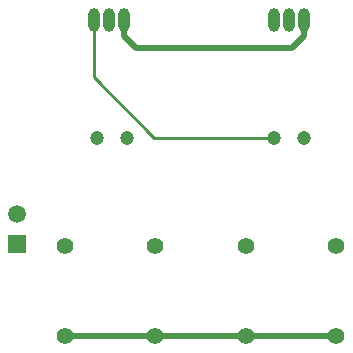
<source format=gtl>
G04 Layer_Physical_Order=1*
G04 Layer_Color=255*
%FSLAX25Y25*%
%MOIN*%
G70*
G01*
G75*
%ADD10C,0.01968*%
%ADD11C,0.00984*%
%ADD12C,0.05512*%
%ADD13R,0.05905X0.05905*%
%ADD14C,0.05905*%
%ADD15O,0.03937X0.07874*%
%ADD16O,0.03937X0.07874*%
%ADD17C,0.04724*%
D10*
X55118Y44055D02*
X85302D01*
X115486D01*
X145669D01*
X74803Y144071D02*
Y149606D01*
Y144071D02*
X78803Y140071D01*
X130921D01*
X134921Y144071D01*
Y149606D01*
D11*
X84899Y110236D02*
X124921D01*
X64803Y130332D02*
X84899Y110236D01*
X64803Y130332D02*
Y149606D01*
D12*
X145669Y44055D02*
D03*
Y74055D02*
D03*
X85302Y44055D02*
D03*
Y74055D02*
D03*
X115486Y44055D02*
D03*
Y74055D02*
D03*
X55118Y44055D02*
D03*
Y74055D02*
D03*
D13*
X39370Y74803D02*
D03*
D14*
Y84803D02*
D03*
D15*
X124921Y149606D02*
D03*
X134921D02*
D03*
X64803D02*
D03*
X74803D02*
D03*
D16*
X129921D02*
D03*
X69803D02*
D03*
D17*
X75866Y110236D02*
D03*
X65866D02*
D03*
X134921D02*
D03*
X124921D02*
D03*
M02*

</source>
